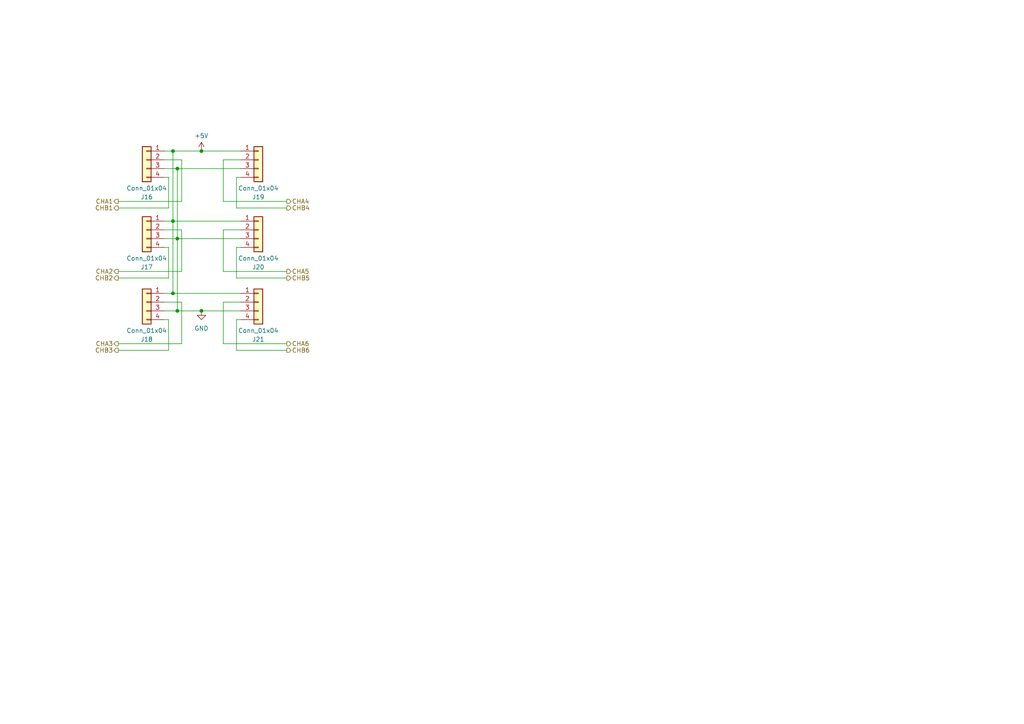
<source format=kicad_sch>
(kicad_sch (version 20230121) (generator eeschema)
  (paper "A4")
  (lib_symbols
    (symbol "Connector_Generic:Conn_01x04" (pin_names (offset 1.016) hide)
      (property "Reference" "J" (at 0 5.08 0))
      (property "Value" "Conn_01x04" (at 0 -7.62 0))
      (symbol "Conn_01x04_1_1"
        (rectangle (start -1.27 -4.953) (end 0 -5.207) (stroke (width 0.1524)))
        (rectangle (start -1.27 -2.413) (end 0 -2.667) (stroke (width 0.1524)))
        (rectangle (start -1.27 0.127) (end 0 -0.127) (stroke (width 0.1524)))
        (rectangle (start -1.27 2.667) (end 0 2.413) (stroke (width 0.1524)))
        (rectangle (start -1.27 3.81) (end 1.27 -6.35) (stroke (width 0.254)) (fill (type background)))
        (pin passive line (at -5.08 2.54 0) (length 3.81) (name "Pin_1") (number "1"))
        (pin passive line (at -5.08 0 0) (length 3.81) (name "Pin_2") (number "2"))
        (pin passive line (at -5.08 -2.54 0) (length 3.81) (name "Pin_3") (number "3"))
        (pin passive line (at -5.08 -5.08 0) (length 3.81) (name "Pin_4") (number "4"))
      )
    )
    (symbol "power:+5V" (power) (pin_names (offset 0))
      (property "Value" "+5V" (at 0 3.556 0))
      (symbol "+5V_0_1"
        (polyline (pts (xy -0.762 1.27) (xy 0 2.54)))
        (polyline (pts (xy 0 0) (xy 0 2.54)))
        (polyline (pts (xy 0 2.54) (xy 0.762 1.27)))
      )
      (symbol "+5V_1_1"
        (pin power_in line (at 0 0 90) (length 0) hide (name "+5V") (number "1"))
      )
    )
    (symbol "power:GND" (power) (pin_names (offset 0))
      (property "Value" "GND" (at 0 -3.81 0))
      (symbol "GND_0_1"
        (polyline (pts (xy 0 0) (xy 0 -1.27) (xy 1.27 -1.27) (xy 0 -2.54) (xy -1.27 -1.27) (xy 0 -1.27)))
      )
      (symbol "GND_1_1"
        (pin power_in line (at 0 0 270) (length 0) hide (name "GND") (number "1"))
      )
    )
  )
  (junction (at 58.42 43.815))
  (junction (at 50.165 43.815))
  (junction (at 50.165 85.09))
  (junction (at 50.165 64.135))
  (junction (at 51.435 69.215))
  (junction (at 51.435 48.895))
  (junction (at 58.42 90.17))
  (junction (at 51.435 90.17))
  (wire (pts (xy 47.625 85.09) (xy 50.165 85.09)))
  (wire (pts (xy 64.77 66.675) (xy 64.77 78.74)))
  (wire (pts (xy 50.165 43.815) (xy 58.42 43.815)))
  (wire (pts (xy 51.435 48.895) (xy 51.435 69.215)))
  (wire (pts (xy 69.85 66.675) (xy 64.77 66.675)))
  (wire (pts (xy 51.435 69.215) (xy 69.85 69.215)))
  (wire (pts (xy 50.165 64.135) (xy 50.165 85.09)))
  (wire (pts (xy 47.625 43.815) (xy 50.165 43.815)))
  (wire (pts (xy 69.85 92.71) (xy 68.58 92.71)))
  (wire (pts (xy 34.29 101.6) (xy 48.895 101.6)))
  (wire (pts (xy 47.625 92.71) (xy 48.895 92.71)))
  (wire (pts (xy 58.42 43.815) (xy 69.85 43.815)))
  (wire (pts (xy 47.625 64.135) (xy 50.165 64.135)))
  (wire (pts (xy 58.42 90.17) (xy 69.85 90.17)))
  (wire (pts (xy 47.625 51.435) (xy 48.895 51.435)))
  (wire (pts (xy 48.895 92.71) (xy 48.895 101.6)))
  (wire (pts (xy 47.625 69.215) (xy 51.435 69.215)))
  (wire (pts (xy 83.185 78.74) (xy 64.77 78.74)))
  (wire (pts (xy 83.185 60.325) (xy 68.58 60.325)))
  (wire (pts (xy 50.165 43.815) (xy 50.165 64.135)))
  (wire (pts (xy 50.165 85.09) (xy 69.85 85.09)))
  (wire (pts (xy 34.29 78.74) (xy 52.705 78.74)))
  (wire (pts (xy 47.625 71.755) (xy 48.895 71.755)))
  (wire (pts (xy 50.165 64.135) (xy 69.85 64.135)))
  (wire (pts (xy 69.85 87.63) (xy 64.77 87.63)))
  (wire (pts (xy 34.29 60.325) (xy 48.895 60.325)))
  (wire (pts (xy 47.625 90.17) (xy 51.435 90.17)))
  (wire (pts (xy 47.625 87.63) (xy 52.705 87.63)))
  (wire (pts (xy 51.435 69.215) (xy 51.435 90.17)))
  (wire (pts (xy 34.29 80.645) (xy 48.895 80.645)))
  (wire (pts (xy 52.705 66.675) (xy 52.705 78.74)))
  (wire (pts (xy 51.435 48.895) (xy 69.85 48.895)))
  (wire (pts (xy 83.185 80.645) (xy 68.58 80.645)))
  (wire (pts (xy 52.705 87.63) (xy 52.705 99.695)))
  (wire (pts (xy 69.85 46.355) (xy 64.77 46.355)))
  (wire (pts (xy 68.58 92.71) (xy 68.58 101.6)))
  (wire (pts (xy 47.625 48.895) (xy 51.435 48.895)))
  (wire (pts (xy 34.29 99.695) (xy 52.705 99.695)))
  (wire (pts (xy 83.185 101.6) (xy 68.58 101.6)))
  (wire (pts (xy 64.77 87.63) (xy 64.77 99.695)))
  (wire (pts (xy 48.895 71.755) (xy 48.895 80.645)))
  (wire (pts (xy 48.895 51.435) (xy 48.895 60.325)))
  (wire (pts (xy 83.185 99.695) (xy 64.77 99.695)))
  (wire (pts (xy 34.29 58.42) (xy 52.705 58.42)))
  (wire (pts (xy 69.85 71.755) (xy 68.58 71.755)))
  (wire (pts (xy 47.625 66.675) (xy 52.705 66.675)))
  (wire (pts (xy 47.625 46.355) (xy 52.705 46.355)))
  (wire (pts (xy 51.435 90.17) (xy 58.42 90.17)))
  (wire (pts (xy 68.58 51.435) (xy 68.58 60.325)))
  (wire (pts (xy 52.705 46.355) (xy 52.705 58.42)))
  (wire (pts (xy 68.58 71.755) (xy 68.58 80.645)))
  (wire (pts (xy 83.185 58.42) (xy 64.77 58.42)))
  (wire (pts (xy 69.85 51.435) (xy 68.58 51.435)))
  (wire (pts (xy 64.77 46.355) (xy 64.77 58.42)))
  (hierarchical_label "CHB2" (shape output) (at 34.29 80.645 180))
  (hierarchical_label "CHB5" (shape output) (at 83.185 80.645 0))
  (hierarchical_label "CHB3" (shape output) (at 34.29 101.6 180))
  (hierarchical_label "CHA2" (shape output) (at 34.29 78.74 180))
  (hierarchical_label "CHA6" (shape output) (at 83.185 99.695 0))
  (hierarchical_label "CHB1" (shape output) (at 34.29 60.325 180))
  (hierarchical_label "CHA3" (shape output) (at 34.29 99.695 180))
  (hierarchical_label "CHA5" (shape output) (at 83.185 78.74 0))
  (hierarchical_label "CHB4" (shape output) (at 83.185 60.325 0))
  (hierarchical_label "CHA4" (shape output) (at 83.185 58.42 0))
  (hierarchical_label "CHB6" (shape output) (at 83.185 101.6 0))
  (hierarchical_label "CHA1" (shape output) (at 34.29 58.42 180))
  (symbol (lib_id "Connector_Generic:Conn_01x04") (at 42.545 46.355 0) (mirror y) (unit 1)
    (property "Reference" "J16" (at 42.545 57.15 0))
    (property "Value" "Conn_01x04" (at 42.545 54.61 0))
    (property "Footprint" "Connector_Molex:Molex_PicoBlade_53398-0471_1x04-1MP_P1.25mm_Vertical" (effects hide))
  )
  (symbol (lib_id "Connector_Generic:Conn_01x04") (at 42.545 87.63 0) (mirror y) (unit 1)
    (property "Reference" "J18" (at 42.545 98.425 0))
    (property "Value" "Conn_01x04" (at 42.545 95.885 0))
    (property "Footprint" "Connector_Molex:Molex_PicoBlade_53398-0471_1x04-1MP_P1.25mm_Vertical" (effects hide))
  )
  (symbol (lib_id "Connector_Generic:Conn_01x04") (at 74.93 66.675 0) (unit 1)
    (property "Reference" "J20" (at 74.93 77.47 0))
    (property "Value" "Conn_01x04" (at 74.93 74.93 0))
    (property "Footprint" "Connector_Molex:Molex_PicoBlade_53398-0471_1x04-1MP_P1.25mm_Vertical" (effects hide))
  )
  (symbol (lib_id "Connector_Generic:Conn_01x04") (at 42.545 66.675 0) (mirror y) (unit 1)
    (property "Reference" "J17" (at 42.545 77.47 0))
    (property "Value" "Conn_01x04" (at 42.545 74.93 0))
    (property "Footprint" "Connector_Molex:Molex_PicoBlade_53398-0471_1x04-1MP_P1.25mm_Vertical" (effects hide))
  )
  (symbol (lib_id "Connector_Generic:Conn_01x04") (at 74.93 87.63 0) (unit 1)
    (property "Reference" "J21" (at 74.93 98.425 0))
    (property "Value" "Conn_01x04" (at 74.93 95.885 0))
    (property "Footprint" "Connector_Molex:Molex_PicoBlade_53398-0471_1x04-1MP_P1.25mm_Vertical" (effects hide))
  )
  (symbol (lib_id "Connector_Generic:Conn_01x04") (at 74.93 46.355 0) (unit 1)
    (property "Reference" "J19" (at 74.93 57.15 0))
    (property "Value" "Conn_01x04" (at 74.93 54.61 0))
    (property "Footprint" "Connector_Molex:Molex_PicoBlade_53398-0471_1x04-1MP_P1.25mm_Vertical" (effects hide))
  )
  (symbol (lib_id "power:GND") (at 58.42 90.17 0) (unit 1)
    (property "Reference" "#PWR063" (effects hide))
    (property "Value" "GND" (at 58.42 95.25 0))
  )
  (symbol (lib_id "power:+5V") (at 58.42 43.815 0) (unit 1)
    (property "Reference" "#PWR062" (effects hide))
    (property "Value" "+5V" (at 58.42 39.37 0))
  )
)
</source>
